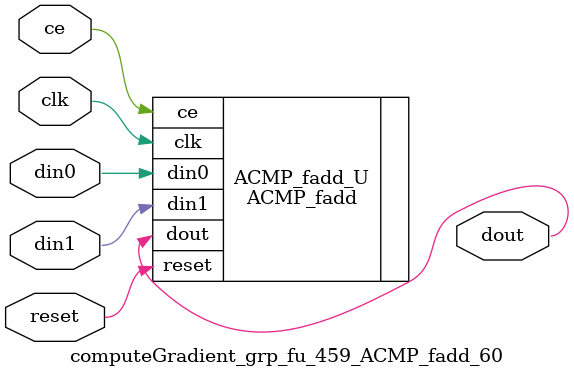
<source format=v>

`timescale 1 ns / 1 ps
module computeGradient_grp_fu_459_ACMP_fadd_60(
    clk,
    reset,
    ce,
    din0,
    din1,
    dout);

parameter ID = 32'd1;
parameter NUM_STAGE = 32'd1;
parameter din0_WIDTH = 32'd1;
parameter din1_WIDTH = 32'd1;
parameter dout_WIDTH = 32'd1;
input clk;
input reset;
input ce;
input[din0_WIDTH - 1:0] din0;
input[din1_WIDTH - 1:0] din1;
output[dout_WIDTH - 1:0] dout;



ACMP_fadd #(
.ID( ID ),
.NUM_STAGE( 4 ),
.din0_WIDTH( din0_WIDTH ),
.din1_WIDTH( din1_WIDTH ),
.dout_WIDTH( dout_WIDTH ))
ACMP_fadd_U(
    .clk( clk ),
    .reset( reset ),
    .ce( ce ),
    .din0( din0 ),
    .din1( din1 ),
    .dout( dout ));

endmodule

</source>
